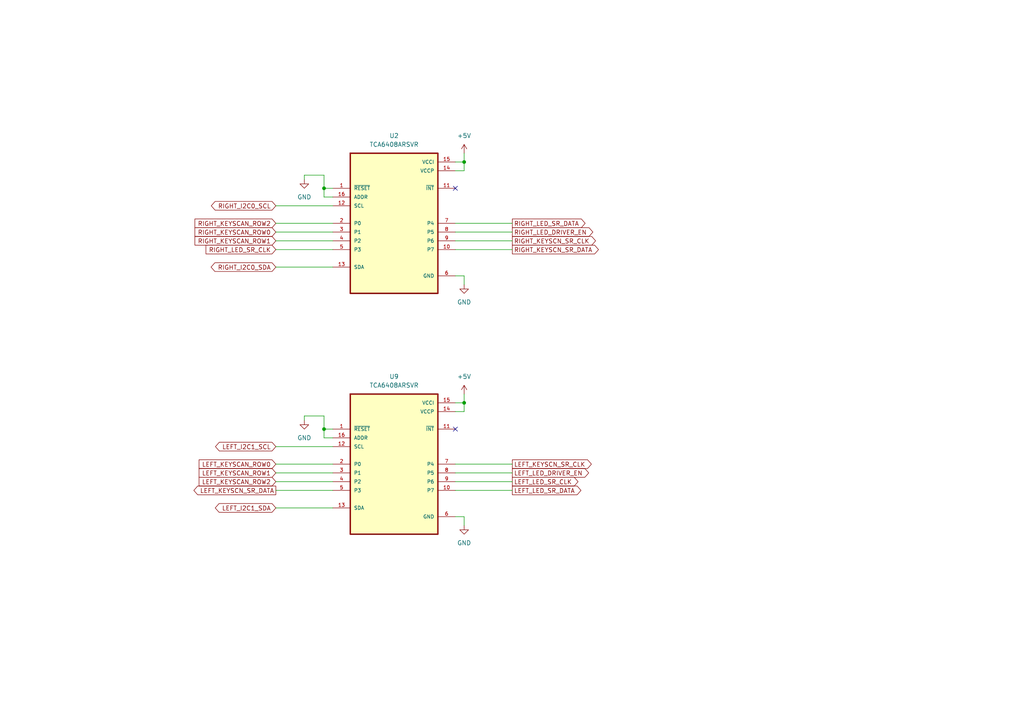
<source format=kicad_sch>
(kicad_sch (version 20230121) (generator eeschema)
  (paper "A4")
  (lib_symbols
    (symbol "TCA6408ARSVR:TCA6408ARSVR" (pin_names (offset 1.016))
      (property "Reference" "U" (at -12.7 21.32 0))
      (property "Value" "TCA6408ARSVR" (at -12.7 -24.32 0))
      (symbol "TCA6408ARSVR_0_0"
        (rectangle (start -12.7 -20.32) (end 12.7 20.32) (stroke (width 0.41)) (fill (type background)))
        (pin input line (at -17.78 10.16 0) (length 5.08) (name "~{RESET}") (number "1"))
        (pin bidirectional line (at 17.78 -7.62 180) (length 5.08) (name "P7") (number "10"))
        (pin output line (at 17.78 10.16 180) (length 5.08) (name "~{INT}") (number "11"))
        (pin input line (at -17.78 5.08 0) (length 5.08) (name "SCL") (number "12"))
        (pin bidirectional line (at -17.78 -12.7 0) (length 5.08) (name "SDA") (number "13"))
        (pin power_in line (at 17.78 15.24 180) (length 5.08) (name "VCCP") (number "14"))
        (pin power_in line (at 17.78 17.78 180) (length 5.08) (name "VCCI") (number "15"))
        (pin input line (at -17.78 7.62 0) (length 5.08) (name "ADDR") (number "16"))
        (pin bidirectional line (at -17.78 0 0) (length 5.08) (name "P0") (number "2"))
        (pin bidirectional line (at -17.78 -2.54 0) (length 5.08) (name "P1") (number "3"))
        (pin bidirectional line (at -17.78 -5.08 0) (length 5.08) (name "P2") (number "4"))
        (pin bidirectional line (at -17.78 -7.62 0) (length 5.08) (name "P3") (number "5"))
        (pin power_in line (at 17.78 -15.24 180) (length 5.08) (name "GND") (number "6"))
        (pin bidirectional line (at 17.78 0 180) (length 5.08) (name "P4") (number "7"))
        (pin bidirectional line (at 17.78 -2.54 180) (length 5.08) (name "P5") (number "8"))
        (pin bidirectional line (at 17.78 -5.08 180) (length 5.08) (name "P6") (number "9"))
      )
    )
    (symbol "power:+5V" (power) (pin_names (offset 0))
      (property "Value" "+5V" (at 0 3.556 0))
      (symbol "+5V_0_1"
        (polyline (pts (xy -0.762 1.27) (xy 0 2.54)))
        (polyline (pts (xy 0 0) (xy 0 2.54)))
        (polyline (pts (xy 0 2.54) (xy 0.762 1.27)))
      )
      (symbol "+5V_1_1"
        (pin power_in line (at 0 0 90) (length 0) hide (name "+5V") (number "1"))
      )
    )
    (symbol "power:GND" (power) (pin_names (offset 0))
      (property "Value" "GND" (at 0 -3.81 0))
      (symbol "GND_0_1"
        (polyline (pts (xy 0 0) (xy 0 -1.27) (xy 1.27 -1.27) (xy 0 -2.54) (xy -1.27 -1.27) (xy 0 -1.27)))
      )
      (symbol "GND_1_1"
        (pin power_in line (at 0 0 270) (length 0) hide (name "GND") (number "1"))
      )
    )
  )
  (junction (at 134.62 46.99))
  (junction (at 93.98 124.46))
  (junction (at 93.98 54.61))
  (junction (at 134.62 116.84))
  (no_connect (at 132.08 54.61))
  (no_connect (at 132.08 124.46))
  (wire (pts (xy 132.08 67.31) (xy 148.59 67.31)))
  (wire (pts (xy 93.98 57.15) (xy 93.98 54.61)))
  (wire (pts (xy 134.62 80.01) (xy 134.62 82.55)))
  (wire (pts (xy 96.52 127) (xy 93.98 127)))
  (wire (pts (xy 132.08 80.01) (xy 134.62 80.01)))
  (wire (pts (xy 132.08 69.85) (xy 148.59 69.85)))
  (wire (pts (xy 80.01 72.39) (xy 96.52 72.39)))
  (wire (pts (xy 132.08 139.7) (xy 148.59 139.7)))
  (wire (pts (xy 132.08 72.39) (xy 148.59 72.39)))
  (wire (pts (xy 93.98 50.8) (xy 88.265 50.8)))
  (wire (pts (xy 134.62 49.53) (xy 134.62 46.99)))
  (wire (pts (xy 132.08 49.53) (xy 134.62 49.53)))
  (wire (pts (xy 80.01 139.7) (xy 96.52 139.7)))
  (wire (pts (xy 96.52 57.15) (xy 93.98 57.15)))
  (wire (pts (xy 80.01 137.16) (xy 96.52 137.16)))
  (wire (pts (xy 80.01 147.32) (xy 96.52 147.32)))
  (wire (pts (xy 134.62 46.99) (xy 134.62 44.45)))
  (wire (pts (xy 80.01 67.31) (xy 96.52 67.31)))
  (wire (pts (xy 96.52 124.46) (xy 93.98 124.46)))
  (wire (pts (xy 132.08 149.86) (xy 134.62 149.86)))
  (wire (pts (xy 134.62 119.38) (xy 134.62 116.84)))
  (wire (pts (xy 93.98 54.61) (xy 93.98 50.8)))
  (wire (pts (xy 93.98 120.65) (xy 88.265 120.65)))
  (wire (pts (xy 80.01 129.54) (xy 96.52 129.54)))
  (wire (pts (xy 88.265 120.65) (xy 88.265 121.92)))
  (wire (pts (xy 88.265 50.8) (xy 88.265 52.07)))
  (wire (pts (xy 80.01 64.77) (xy 96.52 64.77)))
  (wire (pts (xy 80.01 77.47) (xy 96.52 77.47)))
  (wire (pts (xy 132.08 116.84) (xy 134.62 116.84)))
  (wire (pts (xy 134.62 116.84) (xy 134.62 114.3)))
  (wire (pts (xy 132.08 142.24) (xy 148.59 142.24)))
  (wire (pts (xy 132.08 134.62) (xy 148.59 134.62)))
  (wire (pts (xy 80.01 59.69) (xy 96.52 59.69)))
  (wire (pts (xy 132.08 137.16) (xy 148.59 137.16)))
  (wire (pts (xy 132.08 64.77) (xy 148.59 64.77)))
  (wire (pts (xy 80.01 134.62) (xy 96.52 134.62)))
  (wire (pts (xy 96.52 54.61) (xy 93.98 54.61)))
  (wire (pts (xy 93.98 124.46) (xy 93.98 120.65)))
  (wire (pts (xy 80.01 142.24) (xy 96.52 142.24)))
  (wire (pts (xy 132.08 119.38) (xy 134.62 119.38)))
  (wire (pts (xy 134.62 149.86) (xy 134.62 152.4)))
  (wire (pts (xy 132.08 46.99) (xy 134.62 46.99)))
  (wire (pts (xy 80.01 69.85) (xy 96.52 69.85)))
  (wire (pts (xy 93.98 127) (xy 93.98 124.46)))
  (global_label "LEFT_I2C1_SDA" (shape bidirectional) (at 80.01 147.32 180) (property "Intersheetrefs" "${INTERSHEET_REFS}" (effects hide)))
  (global_label "RIGHT_KEYSCN_SR_DATA" (shape output) (at 148.59 72.39 0) (property "Intersheetrefs" "${INTERSHEET_REFS}" (effects hide)))
  (global_label "LEFT_KEYSCN_SR_DATA" (shape output) (at 80.01 142.24 180) (property "Intersheetrefs" "${INTERSHEET_REFS}" (effects hide)))
  (global_label "RIGHT_KEYSCAN_ROW2" (shape input) (at 80.01 64.77 180) (property "Intersheetrefs" "${INTERSHEET_REFS}" (effects hide)))
  (global_label "RIGHT_KEYSCAN_ROW0" (shape input) (at 80.01 67.31 180) (property "Intersheetrefs" "${INTERSHEET_REFS}" (effects hide)))
  (global_label "RIGHT_LED_SR_DATA" (shape output) (at 148.59 64.77 0) (property "Intersheetrefs" "${INTERSHEET_REFS}" (effects hide)))
  (global_label "LEFT_LED_DRIVER_EN" (shape output) (at 148.59 137.16 0) (property "Intersheetrefs" "${INTERSHEET_REFS}" (effects hide)))
  (global_label "RIGHT_KEYSCN_SR_CLK" (shape output) (at 148.59 69.85 0) (property "Intersheetrefs" "${INTERSHEET_REFS}" (effects hide)))
  (global_label "LEFT_KEYSCAN_ROW1" (shape input) (at 80.01 137.16 180) (property "Intersheetrefs" "${INTERSHEET_REFS}" (effects hide)))
  (global_label "LEFT_LED_SR_CLK" (shape output) (at 148.59 139.7 0) (property "Intersheetrefs" "${INTERSHEET_REFS}" (effects hide)))
  (global_label "RIGHT_LED_DRIVER_EN" (shape output) (at 148.59 67.31 0) (property "Intersheetrefs" "${INTERSHEET_REFS}" (effects hide)))
  (global_label "RIGHT_I2C0_SDA" (shape bidirectional) (at 80.01 77.47 180) (property "Intersheetrefs" "${INTERSHEET_REFS}" (effects hide)))
  (global_label "LEFT_KEYSCAN_ROW0" (shape input) (at 80.01 134.62 180) (property "Intersheetrefs" "${INTERSHEET_REFS}" (effects hide)))
  (global_label "LEFT_LED_SR_DATA" (shape output) (at 148.59 142.24 0) (property "Intersheetrefs" "${INTERSHEET_REFS}" (effects hide)))
  (global_label "RIGHT_LED_SR_CLK" (shape input) (at 80.01 72.39 180) (property "Intersheetrefs" "${INTERSHEET_REFS}" (effects hide)))
  (global_label "LEFT_KEYSCAN_ROW2" (shape input) (at 80.01 139.7 180) (property "Intersheetrefs" "${INTERSHEET_REFS}" (effects hide)))
  (global_label "LEFT_I2C1_SCL" (shape bidirectional) (at 80.01 129.54 180) (property "Intersheetrefs" "${INTERSHEET_REFS}" (effects hide)))
  (global_label "LEFT_KEYSCN_SR_CLK" (shape output) (at 148.59 134.62 0) (property "Intersheetrefs" "${INTERSHEET_REFS}" (effects hide)))
  (global_label "RIGHT_I2C0_SCL" (shape bidirectional) (at 80.01 59.69 180) (property "Intersheetrefs" "${INTERSHEET_REFS}" (effects hide)))
  (global_label "RIGHT_KEYSCAN_ROW1" (shape input) (at 80.01 69.85 180) (property "Intersheetrefs" "${INTERSHEET_REFS}" (effects hide)))
  (symbol (lib_id "TCA6408ARSVR:TCA6408ARSVR") (at 114.3 64.77 0) (unit 1)
    (property "Reference" "U2" (at 114.3 39.37 0))
    (property "Value" "TCA6408ARSVR" (at 114.3 41.91 0))
    (property "Footprint" "tca6408arsvr:QFN40P180X260X55-16N" (effects hide))
  )
  (symbol (lib_id "power:GND") (at 88.265 121.92 0) (unit 1)
    (property "Reference" "#PWR036" (effects hide))
    (property "Value" "GND" (at 88.265 127 0))
  )
  (symbol (lib_id "power:GND") (at 88.265 52.07 0) (unit 1)
    (property "Reference" "#PWR015" (effects hide))
    (property "Value" "GND" (at 88.265 57.15 0))
  )
  (symbol (lib_id "power:+5V") (at 134.62 114.3 0) (unit 1)
    (property "Reference" "#PWR037" (effects hide))
    (property "Value" "+5V" (at 134.62 109.22 0))
  )
  (symbol (lib_id "power:GND") (at 134.62 82.55 0) (unit 1)
    (property "Reference" "#PWR013" (effects hide))
    (property "Value" "GND" (at 134.62 87.63 0))
  )
  (symbol (lib_id "power:+5V") (at 134.62 44.45 0) (unit 1)
    (property "Reference" "#PWR014" (effects hide))
    (property "Value" "+5V" (at 134.62 39.37 0))
  )
  (symbol (lib_id "power:GND") (at 134.62 152.4 0) (unit 1)
    (property "Reference" "#PWR038" (effects hide))
    (property "Value" "GND" (at 134.62 157.48 0))
  )
  (symbol (lib_id "TCA6408ARSVR:TCA6408ARSVR") (at 114.3 134.62 0) (unit 1)
    (property "Reference" "U9" (at 114.3 109.22 0))
    (property "Value" "TCA6408ARSVR" (at 114.3 111.76 0))
    (property "Footprint" "tca6408arsvr:QFN40P180X260X55-16N" (effects hide))
  )
)
</source>
